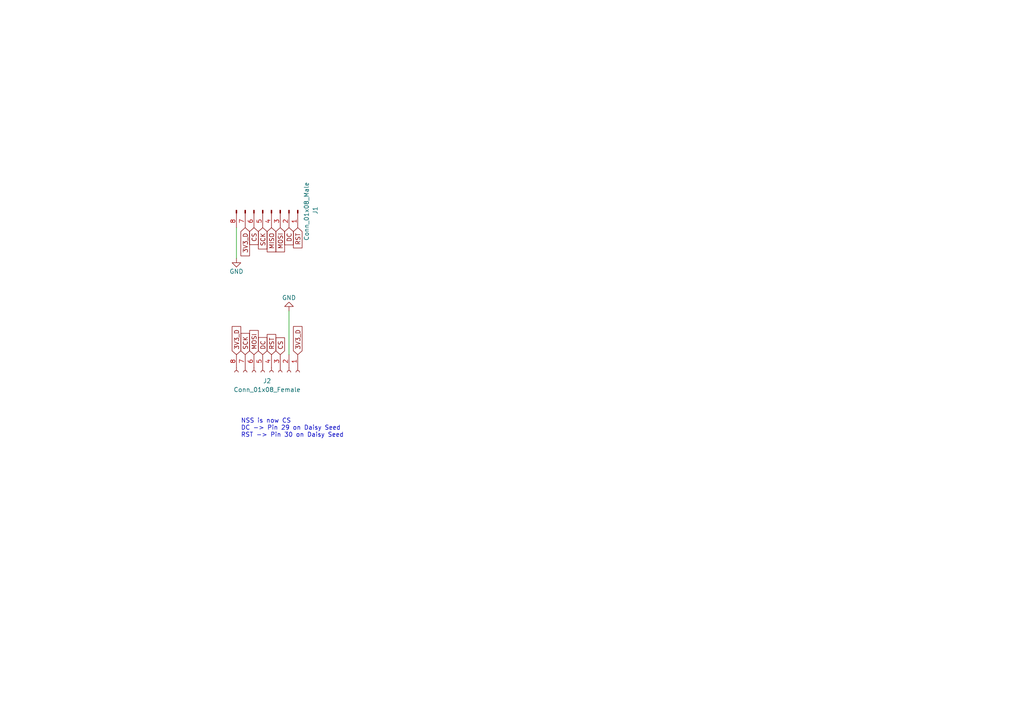
<source format=kicad_sch>
(kicad_sch (version 20211123) (generator eeschema)
  (paper "A4")
  (title_block (title "ILI9394 Display") (date "2024-03-02") (rev "1.0.0"))
  (lib_symbols
    (symbol "Connector:Conn_01x08_Female" (pin_names (offset 1.016) hide)
      (property "Reference" "J" (at 0 10.16 0))
      (property "Value" "Conn_01x08_Female" (at 0 -12.7 0))
      (symbol "Conn_01x08_Female_1_1"
        (arc (start 0 -9.652) (mid -0.508 -10.16) (end 0 -10.668) (stroke (width 0.1524)))
        (arc (start 0 -7.112) (mid -0.508 -7.62) (end 0 -8.128) (stroke (width 0.1524)))
        (arc (start 0 -4.572) (mid -0.508 -5.08) (end 0 -5.588) (stroke (width 0.1524)))
        (arc (start 0 -2.032) (mid -0.508 -2.54) (end 0 -3.048) (stroke (width 0.1524)))
        (polyline (pts (xy -1.27 -10.16) (xy -0.508 -10.16)) (stroke (width 0.1524)))
        (polyline (pts (xy -1.27 -7.62) (xy -0.508 -7.62)) (stroke (width 0.1524)))
        (polyline (pts (xy -1.27 -5.08) (xy -0.508 -5.08)) (stroke (width 0.1524)))
        (polyline (pts (xy -1.27 -2.54) (xy -0.508 -2.54)) (stroke (width 0.1524)))
        (polyline (pts (xy -1.27 0) (xy -0.508 0)) (stroke (width 0.1524)))
        (polyline (pts (xy -1.27 2.54) (xy -0.508 2.54)) (stroke (width 0.1524)))
        (polyline (pts (xy -1.27 5.08) (xy -0.508 5.08)) (stroke (width 0.1524)))
        (polyline (pts (xy -1.27 7.62) (xy -0.508 7.62)) (stroke (width 0.1524)))
        (arc (start 0 0.508) (mid -0.508 0) (end 0 -0.508) (stroke (width 0.1524)))
        (arc (start 0 3.048) (mid -0.508 2.54) (end 0 2.032) (stroke (width 0.1524)))
        (arc (start 0 5.588) (mid -0.508 5.08) (end 0 4.572) (stroke (width 0.1524)))
        (arc (start 0 8.128) (mid -0.508 7.62) (end 0 7.112) (stroke (width 0.1524)))
        (pin passive line (at -5.08 7.62 0) (length 3.81) (name "Pin_1") (number "1"))
        (pin passive line (at -5.08 5.08 0) (length 3.81) (name "Pin_2") (number "2"))
        (pin passive line (at -5.08 2.54 0) (length 3.81) (name "Pin_3") (number "3"))
        (pin passive line (at -5.08 0 0) (length 3.81) (name "Pin_4") (number "4"))
        (pin passive line (at -5.08 -2.54 0) (length 3.81) (name "Pin_5") (number "5"))
        (pin passive line (at -5.08 -5.08 0) (length 3.81) (name "Pin_6") (number "6"))
        (pin passive line (at -5.08 -7.62 0) (length 3.81) (name "Pin_7") (number "7"))
        (pin passive line (at -5.08 -10.16 0) (length 3.81) (name "Pin_8") (number "8"))
      )
    )
    (symbol "Connector:Conn_01x08_Male" (pin_names (offset 1.016) hide)
      (property "Reference" "J" (at 0 10.16 0))
      (property "Value" "Conn_01x08_Male" (at 0 -12.7 0))
      (symbol "Conn_01x08_Male_1_1"
        (polyline (pts (xy 1.27 -10.16) (xy 0.8636 -10.16)) (stroke (width 0.1524)))
        (polyline (pts (xy 1.27 -7.62) (xy 0.8636 -7.62)) (stroke (width 0.1524)))
        (polyline (pts (xy 1.27 -5.08) (xy 0.8636 -5.08)) (stroke (width 0.1524)))
        (polyline (pts (xy 1.27 -2.54) (xy 0.8636 -2.54)) (stroke (width 0.1524)))
        (polyline (pts (xy 1.27 0) (xy 0.8636 0)) (stroke (width 0.1524)))
        (polyline (pts (xy 1.27 2.54) (xy 0.8636 2.54)) (stroke (width 0.1524)))
        (polyline (pts (xy 1.27 5.08) (xy 0.8636 5.08)) (stroke (width 0.1524)))
        (polyline (pts (xy 1.27 7.62) (xy 0.8636 7.62)) (stroke (width 0.1524)))
        (rectangle (start 0.8636 -10.033) (end 0 -10.287) (stroke (width 0.1524)) (fill (type outline)))
        (rectangle (start 0.8636 -7.493) (end 0 -7.747) (stroke (width 0.1524)) (fill (type outline)))
        (rectangle (start 0.8636 -4.953) (end 0 -5.207) (stroke (width 0.1524)) (fill (type outline)))
        (rectangle (start 0.8636 -2.413) (end 0 -2.667) (stroke (width 0.1524)) (fill (type outline)))
        (rectangle (start 0.8636 0.127) (end 0 -0.127) (stroke (width 0.1524)) (fill (type outline)))
        (rectangle (start 0.8636 2.667) (end 0 2.413) (stroke (width 0.1524)) (fill (type outline)))
        (rectangle (start 0.8636 5.207) (end 0 4.953) (stroke (width 0.1524)) (fill (type outline)))
        (rectangle (start 0.8636 7.747) (end 0 7.493) (stroke (width 0.1524)) (fill (type outline)))
        (pin passive line (at 5.08 7.62 180) (length 3.81) (name "Pin_1") (number "1"))
        (pin passive line (at 5.08 5.08 180) (length 3.81) (name "Pin_2") (number "2"))
        (pin passive line (at 5.08 2.54 180) (length 3.81) (name "Pin_3") (number "3"))
        (pin passive line (at 5.08 0 180) (length 3.81) (name "Pin_4") (number "4"))
        (pin passive line (at 5.08 -2.54 180) (length 3.81) (name "Pin_5") (number "5"))
        (pin passive line (at 5.08 -5.08 180) (length 3.81) (name "Pin_6") (number "6"))
        (pin passive line (at 5.08 -7.62 180) (length 3.81) (name "Pin_7") (number "7"))
        (pin passive line (at 5.08 -10.16 180) (length 3.81) (name "Pin_8") (number "8"))
      )
    )
    (symbol "power:GND" (power) (pin_names (offset 0))
      (property "Value" "GND" (at 0 -3.81 0))
      (symbol "GND_0_1"
        (polyline (pts (xy 0 0) (xy 0 -1.27) (xy 1.27 -1.27) (xy 0 -2.54) (xy -1.27 -1.27) (xy 0 -1.27)))
      )
      (symbol "GND_1_1"
        (pin power_in line (at 0 0 270) (length 0) hide (name "GND") (number "1"))
      )
    )
  )
  (wire (pts (xy 83.82 90.17) (xy 83.82 102.87)))
  (wire (pts (xy 68.58 66.04) (xy 68.58 74.93)))
  (text "NSS is now CS\nDC -> Pin 29 on Daisy Seed\nRST -> Pin 30 on Daisy Seed" (at 69.85 127 0) (effects (font (size 1.27 1.27)) (justify left bottom)))
  (global_label "3V3_D" (shape input) (at 71.12 66.04 270) (property "Intersheet References" "${INTERSHEET_REFS}" (effects hide)))
  (global_label "CS" (shape input) (at 81.28 102.87 90) (property "Intersheet References" "${INTERSHEET_REFS}" (effects hide)))
  (global_label "RST" (shape input) (at 86.36 66.04 270) (property "Intersheet References" "${INTERSHEET_REFS}" (effects hide)))
  (global_label "MOSI" (shape input) (at 81.28 66.04 270) (property "Intersheet References" "${INTERSHEET_REFS}" (effects hide)))
  (global_label "DC" (shape input) (at 76.2 102.87 90) (property "Intersheet References" "${INTERSHEET_REFS}" (effects hide)))
  (global_label "3V3_D" (shape input) (at 86.36 102.87 90) (property "Intersheet References" "${INTERSHEET_REFS}" (effects hide)))
  (global_label "SCK" (shape input) (at 76.2 66.04 270) (property "Intersheet References" "${INTERSHEET_REFS}" (effects hide)))
  (global_label "CS" (shape input) (at 73.66 66.04 270) (property "Intersheet References" "${INTERSHEET_REFS}" (effects hide)))
  (global_label "SCK" (shape input) (at 71.12 102.87 90) (property "Intersheet References" "${INTERSHEET_REFS}" (effects hide)))
  (global_label "3V3_D" (shape input) (at 68.58 102.87 90) (property "Intersheet References" "${INTERSHEET_REFS}" (effects hide)))
  (global_label "MISO" (shape input) (at 78.74 66.04 270) (property "Intersheet References" "${INTERSHEET_REFS}" (effects hide)))
  (global_label "RST" (shape input) (at 78.74 102.87 90) (property "Intersheet References" "${INTERSHEET_REFS}" (effects hide)))
  (global_label "MOSI" (shape input) (at 73.66 102.87 90) (property "Intersheet References" "${INTERSHEET_REFS}" (effects hide)))
  (global_label "DC" (shape input) (at 83.82 66.04 270) (property "Intersheet References" "${INTERSHEET_REFS}" (effects hide)))
  (symbol (lib_id "Connector:Conn_01x08_Male") (at 78.74 60.96 270) (unit 1)
    (property "Reference" "J1" (at 91.44 62.23 0) (effects (justify right)))
    (property "Value" "Conn_01x08_Male" (at 88.9 69.85 0) (effects (justify right)))
    (property "Footprint" "Connector_PinSocket_2.54mm:PinSocket_1x08_P2.54mm_Vertical" (effects hide))
  )
  (symbol (lib_id "Connector:Conn_01x08_Female") (at 78.74 107.95 270) (unit 1)
    (property "Reference" "J2" (at 77.47 110.49 90))
    (property "Value" "Conn_01x08_Female" (at 77.47 113.03 90))
    (property "Footprint" "Connector_PinSocket_2.54mm:PinSocket_1x08_P2.54mm_Vertical" (effects hide))
  )
  (symbol (lib_id "power:GND") (at 68.58 74.93 0) (mirror y) (unit 1)
    (property "Reference" "#PWR0101" (effects hide))
    (property "Value" "GND" (at 68.58 78.74 0))
  )
  (symbol (lib_id "power:GND") (at 83.82 90.17 0) (mirror x) (unit 1)
    (property "Reference" "#PWR0102" (effects hide))
    (property "Value" "GND" (at 83.82 86.36 0))
  )
)
</source>
